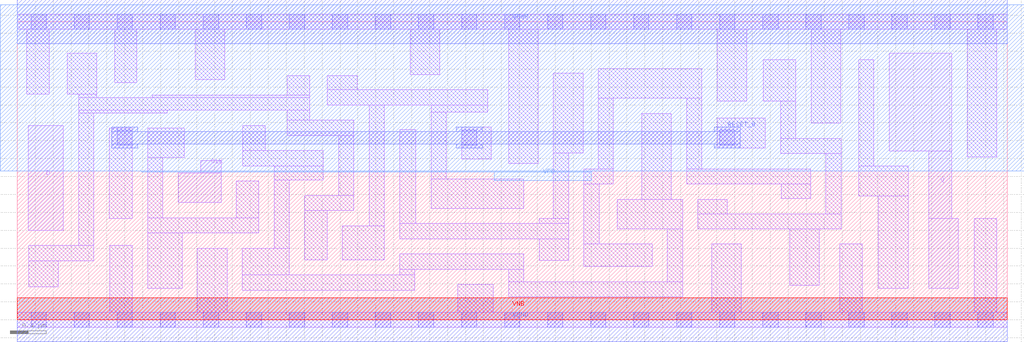
<source format=lef>
# Copyright 2020 The SkyWater PDK Authors
#
# Licensed under the Apache License, Version 2.0 (the "License");
# you may not use this file except in compliance with the License.
# You may obtain a copy of the License at
#
#     https://www.apache.org/licenses/LICENSE-2.0
#
# Unless required by applicable law or agreed to in writing, software
# distributed under the License is distributed on an "AS IS" BASIS,
# WITHOUT WARRANTIES OR CONDITIONS OF ANY KIND, either express or implied.
# See the License for the specific language governing permissions and
# limitations under the License.
#
# SPDX-License-Identifier: Apache-2.0

VERSION 5.7 ;
  NOWIREEXTENSIONATPIN ON ;
  DIVIDERCHAR "/" ;
  BUSBITCHARS "[]" ;
MACRO sky130_fd_sc_hs__dfrtp_1
  CLASS CORE ;
  FOREIGN sky130_fd_sc_hs__dfrtp_1 ;
  ORIGIN  0.000000  0.000000 ;
  SIZE  11.04000 BY  3.330000 ;
  SYMMETRY X Y R90 ;
  SITE unit ;
  PIN D
    ANTENNAGATEAREA  0.126000 ;
    DIRECTION INPUT ;
    USE SIGNAL ;
    PORT
      LAYER li1 ;
        RECT 0.125000 1.000000 0.515000 2.170000 ;
    END
  END D
  PIN Q
    ANTENNADIFFAREA  0.591700 ;
    DIRECTION OUTPUT ;
    USE SIGNAL ;
    PORT
      LAYER li1 ;
        RECT  9.725000 1.885000 10.425000 2.980000 ;
        RECT 10.165000 0.350000 10.495000 1.130000 ;
        RECT 10.165000 1.130000 10.425000 1.885000 ;
    END
  END Q
  PIN RESET_B
    ANTENNAGATEAREA  0.378000 ;
    DIRECTION INPUT ;
    USE SIGNAL ;
    PORT
      LAYER met1 ;
        RECT 1.055000 1.920000 1.345000 1.965000 ;
        RECT 1.055000 1.965000 8.065000 2.105000 ;
        RECT 1.055000 2.105000 1.345000 2.150000 ;
        RECT 4.895000 1.920000 5.185000 1.965000 ;
        RECT 4.895000 2.105000 5.185000 2.150000 ;
        RECT 7.775000 1.920000 8.065000 1.965000 ;
        RECT 7.775000 2.105000 8.065000 2.150000 ;
    END
  END RESET_B
  PIN CLK
    ANTENNAGATEAREA  0.279000 ;
    DIRECTION INPUT ;
    USE CLOCK ;
    PORT
      LAYER li1 ;
        RECT 1.795000 1.310000 2.275000 1.640000 ;
        RECT 2.045000 1.640000 2.275000 1.780000 ;
    END
  END CLK
  PIN VGND
    DIRECTION INOUT ;
    USE GROUND ;
    PORT
      LAYER met1 ;
        RECT 0.000000 -0.245000 11.040000 0.245000 ;
    END
  END VGND
  PIN VNB
    DIRECTION INOUT ;
    USE GROUND ;
    PORT
      LAYER pwell ;
        RECT 0.000000 0.000000 11.040000 0.245000 ;
    END
  END VNB
  PIN VPB
    DIRECTION INOUT ;
    USE POWER ;
    PORT
      LAYER nwell ;
        RECT -0.190000 1.660000 11.230000 3.520000 ;
        RECT  1.390000 1.650000  6.400000 1.660000 ;
        RECT  5.320000 1.555000  6.400000 1.650000 ;
    END
  END VPB
  PIN VPWR
    DIRECTION INOUT ;
    USE POWER ;
    PORT
      LAYER met1 ;
        RECT 0.000000 3.085000 11.040000 3.575000 ;
    END
  END VPWR
  OBS
    LAYER li1 ;
      RECT  0.000000 -0.085000 11.040000 0.085000 ;
      RECT  0.000000  3.245000 11.040000 3.415000 ;
      RECT  0.105000  2.520000  0.355000 3.245000 ;
      RECT  0.130000  0.370000  0.460000 0.660000 ;
      RECT  0.130000  0.660000  0.855000 0.830000 ;
      RECT  0.555000  2.520000  0.885000 2.980000 ;
      RECT  0.685000  0.830000  0.855000 2.310000 ;
      RECT  0.685000  2.310000  1.675000 2.340000 ;
      RECT  0.685000  2.340000  3.260000 2.480000 ;
      RECT  0.685000  2.480000  0.885000 2.520000 ;
      RECT  1.025000  1.130000  1.285000 2.140000 ;
      RECT  1.030000  0.085000  1.280000 0.830000 ;
      RECT  1.085000  2.650000  1.335000 3.245000 ;
      RECT  1.455000  0.350000  1.840000 0.970000 ;
      RECT  1.455000  0.970000  2.695000 1.140000 ;
      RECT  1.455000  1.140000  1.625000 1.810000 ;
      RECT  1.455000  1.810000  1.865000 2.140000 ;
      RECT  1.505000  2.480000  3.260000 2.510000 ;
      RECT  1.985000  2.680000  2.315000 3.245000 ;
      RECT  2.010000  0.085000  2.340000 0.800000 ;
      RECT  2.445000  1.140000  2.695000 1.550000 ;
      RECT  2.510000  0.330000  4.435000 0.500000 ;
      RECT  2.510000  0.500000  3.035000 0.800000 ;
      RECT  2.515000  1.720000  3.415000 1.890000 ;
      RECT  2.515000  1.890000  2.765000 2.170000 ;
      RECT  2.865000  0.800000  3.035000 1.560000 ;
      RECT  2.865000  1.560000  3.415000 1.720000 ;
      RECT  3.010000  2.060000  3.755000 2.230000 ;
      RECT  3.010000  2.230000  3.260000 2.340000 ;
      RECT  3.010000  2.510000  3.260000 2.725000 ;
      RECT  3.205000  0.670000  3.455000 1.220000 ;
      RECT  3.205000  1.220000  3.755000 1.390000 ;
      RECT  3.460000  2.400000  5.250000 2.570000 ;
      RECT  3.460000  2.570000  3.790000 2.725000 ;
      RECT  3.585000  1.390000  3.755000 2.060000 ;
      RECT  3.625000  0.670000  4.095000 1.050000 ;
      RECT  3.925000  1.050000  4.095000 2.400000 ;
      RECT  4.265000  0.500000  4.435000 0.565000 ;
      RECT  4.265000  0.565000  5.650000 0.735000 ;
      RECT  4.265000  0.905000  6.150000 1.075000 ;
      RECT  4.265000  1.075000  4.445000 2.125000 ;
      RECT  4.385000  2.740000  4.715000 3.245000 ;
      RECT  4.615000  1.245000  5.650000 1.575000 ;
      RECT  4.615000  1.575000  4.785000 2.320000 ;
      RECT  4.615000  2.320000  5.250000 2.400000 ;
      RECT  4.915000  0.085000  5.310000 0.395000 ;
      RECT  4.955000  1.795000  5.285000 2.150000 ;
      RECT  5.480000  0.255000  7.420000 0.425000 ;
      RECT  5.480000  0.425000  5.650000 0.565000 ;
      RECT  5.480000  1.745000  5.810000 3.245000 ;
      RECT  5.820000  0.665000  6.150000 0.905000 ;
      RECT  5.820000  1.075000  6.150000 1.130000 ;
      RECT  5.980000  1.130000  6.150000 1.865000 ;
      RECT  5.980000  1.865000  6.310000 2.755000 ;
      RECT  6.320000  0.595000  7.080000 0.845000 ;
      RECT  6.320000  0.845000  6.490000 1.515000 ;
      RECT  6.320000  1.515000  6.650000 1.685000 ;
      RECT  6.480000  1.685000  6.650000 2.475000 ;
      RECT  6.480000  2.475000  7.635000 2.805000 ;
      RECT  6.690000  1.015000  7.420000 1.345000 ;
      RECT  6.965000  1.345000  7.295000 2.305000 ;
      RECT  7.250000  0.425000  7.420000 1.015000 ;
      RECT  7.465000  1.515000  8.850000 1.685000 ;
      RECT  7.465000  1.685000  7.635000 2.475000 ;
      RECT  7.590000  1.015000  9.190000 1.185000 ;
      RECT  7.590000  1.185000  7.920000 1.345000 ;
      RECT  7.745000  0.085000  8.075000 0.845000 ;
      RECT  7.805000  1.920000  8.345000 2.255000 ;
      RECT  7.805000  2.445000  8.135000 3.245000 ;
      RECT  8.320000  2.445000  8.685000 2.905000 ;
      RECT  8.515000  1.855000  9.190000 2.025000 ;
      RECT  8.515000  2.025000  8.685000 2.445000 ;
      RECT  8.520000  1.355000  8.850000 1.515000 ;
      RECT  8.615000  0.385000  8.945000 1.015000 ;
      RECT  8.855000  2.195000  9.185000 3.245000 ;
      RECT  9.020000  1.185000  9.190000 1.855000 ;
      RECT  9.175000  0.085000  9.425000 0.845000 ;
      RECT  9.385000  1.385000  9.935000 1.715000 ;
      RECT  9.385000  1.715000  9.555000 2.905000 ;
      RECT  9.605000  0.350000  9.935000 1.385000 ;
      RECT 10.595000  1.820000 10.925000 3.245000 ;
      RECT 10.675000  0.085000 10.925000 1.130000 ;
    LAYER mcon ;
      RECT  0.155000 -0.085000  0.325000 0.085000 ;
      RECT  0.155000  3.245000  0.325000 3.415000 ;
      RECT  0.635000 -0.085000  0.805000 0.085000 ;
      RECT  0.635000  3.245000  0.805000 3.415000 ;
      RECT  1.115000 -0.085000  1.285000 0.085000 ;
      RECT  1.115000  1.950000  1.285000 2.120000 ;
      RECT  1.115000  3.245000  1.285000 3.415000 ;
      RECT  1.595000 -0.085000  1.765000 0.085000 ;
      RECT  1.595000  3.245000  1.765000 3.415000 ;
      RECT  2.075000 -0.085000  2.245000 0.085000 ;
      RECT  2.075000  3.245000  2.245000 3.415000 ;
      RECT  2.555000 -0.085000  2.725000 0.085000 ;
      RECT  2.555000  3.245000  2.725000 3.415000 ;
      RECT  3.035000 -0.085000  3.205000 0.085000 ;
      RECT  3.035000  3.245000  3.205000 3.415000 ;
      RECT  3.515000 -0.085000  3.685000 0.085000 ;
      RECT  3.515000  3.245000  3.685000 3.415000 ;
      RECT  3.995000 -0.085000  4.165000 0.085000 ;
      RECT  3.995000  3.245000  4.165000 3.415000 ;
      RECT  4.475000 -0.085000  4.645000 0.085000 ;
      RECT  4.475000  3.245000  4.645000 3.415000 ;
      RECT  4.955000 -0.085000  5.125000 0.085000 ;
      RECT  4.955000  1.950000  5.125000 2.120000 ;
      RECT  4.955000  3.245000  5.125000 3.415000 ;
      RECT  5.435000 -0.085000  5.605000 0.085000 ;
      RECT  5.435000  3.245000  5.605000 3.415000 ;
      RECT  5.915000 -0.085000  6.085000 0.085000 ;
      RECT  5.915000  3.245000  6.085000 3.415000 ;
      RECT  6.395000 -0.085000  6.565000 0.085000 ;
      RECT  6.395000  3.245000  6.565000 3.415000 ;
      RECT  6.875000 -0.085000  7.045000 0.085000 ;
      RECT  6.875000  3.245000  7.045000 3.415000 ;
      RECT  7.355000 -0.085000  7.525000 0.085000 ;
      RECT  7.355000  3.245000  7.525000 3.415000 ;
      RECT  7.835000 -0.085000  8.005000 0.085000 ;
      RECT  7.835000  1.950000  8.005000 2.120000 ;
      RECT  7.835000  3.245000  8.005000 3.415000 ;
      RECT  8.315000 -0.085000  8.485000 0.085000 ;
      RECT  8.315000  3.245000  8.485000 3.415000 ;
      RECT  8.795000 -0.085000  8.965000 0.085000 ;
      RECT  8.795000  3.245000  8.965000 3.415000 ;
      RECT  9.275000 -0.085000  9.445000 0.085000 ;
      RECT  9.275000  3.245000  9.445000 3.415000 ;
      RECT  9.755000 -0.085000  9.925000 0.085000 ;
      RECT  9.755000  3.245000  9.925000 3.415000 ;
      RECT 10.235000 -0.085000 10.405000 0.085000 ;
      RECT 10.235000  3.245000 10.405000 3.415000 ;
      RECT 10.715000 -0.085000 10.885000 0.085000 ;
      RECT 10.715000  3.245000 10.885000 3.415000 ;
  END
END sky130_fd_sc_hs__dfrtp_1
END LIBRARY

</source>
